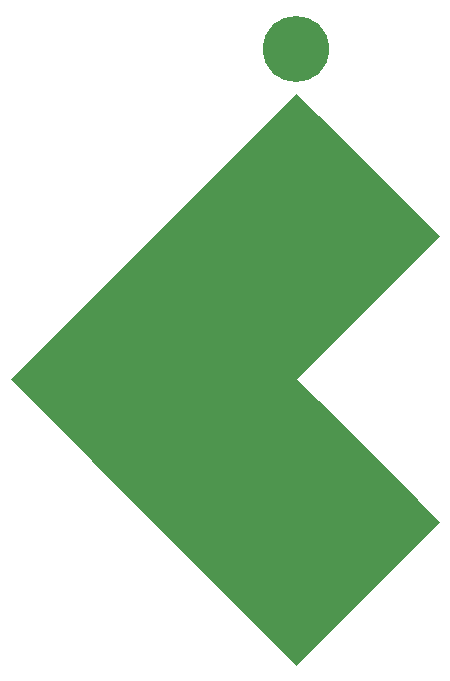
<source format=gtl>
G04 #@! TF.GenerationSoftware,KiCad,Pcbnew,(5.1.5)-3*
G04 #@! TF.CreationDate,2019-12-21T12:13:30-08:00*
G04 #@! TF.ProjectId,mole-diamond-keychain,6d6f6c65-2d64-4696-916d-6f6e642d6b65,A*
G04 #@! TF.SameCoordinates,Original*
G04 #@! TF.FileFunction,Copper,L1,Top*
G04 #@! TF.FilePolarity,Positive*
%FSLAX46Y46*%
G04 Gerber Fmt 4.6, Leading zero omitted, Abs format (unit mm)*
G04 Created by KiCad (PCBNEW (5.1.5)-3) date 2019-12-21 12:13:30*
%MOMM*%
%LPD*%
G04 APERTURE LIST*
%ADD10C,0.010000*%
%ADD11C,5.600000*%
G04 APERTURE END LIST*
D10*
G36*
X6074926Y43497409D02*
G01*
X12107187Y37464706D01*
X42629Y25400148D01*
X6096000Y19346334D01*
X12149370Y13292519D01*
X42148Y1185297D01*
X-24130000Y25357889D01*
X-12043668Y37444000D01*
X42665Y49530111D01*
X6074926Y43497409D01*
G37*
X6074926Y43497409D02*
X12107187Y37464706D01*
X42629Y25400148D01*
X6096000Y19346334D01*
X12149370Y13292519D01*
X42148Y1185297D01*
X-24130000Y25357889D01*
X-12043668Y37444000D01*
X42665Y49530111D01*
X6074926Y43497409D01*
D11*
X0Y53340000D03*
M02*

</source>
